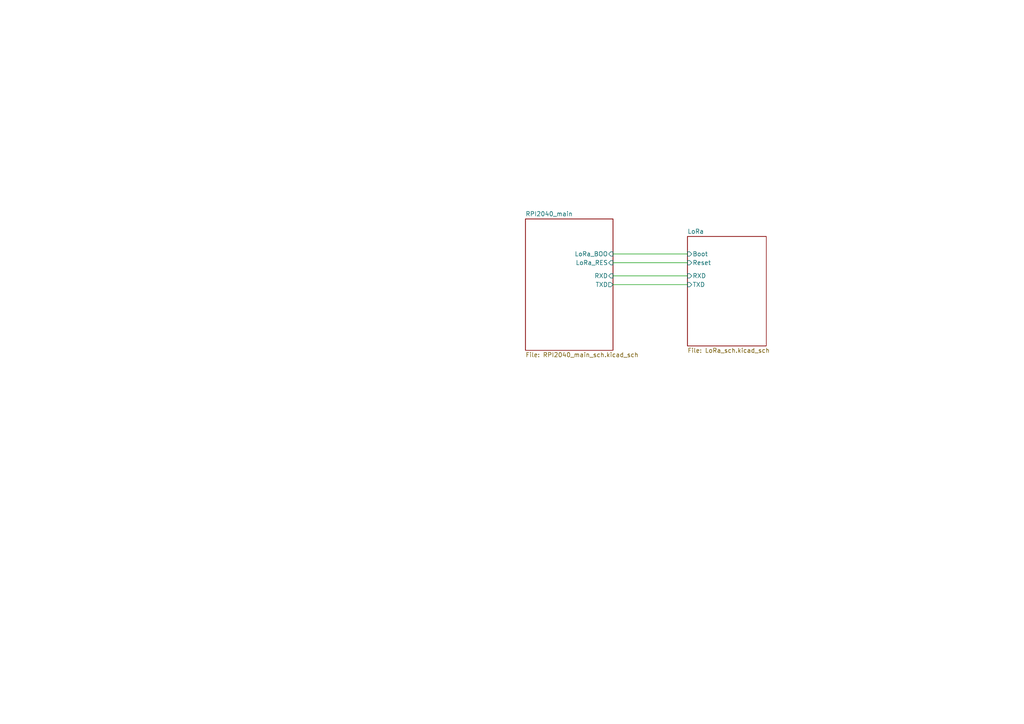
<source format=kicad_sch>
(kicad_sch (version 20230121) (generator eeschema)
  (paper "A4")
  (lib_symbols)
  (wire (pts (xy 177.8 73.66) (xy 199.39 73.66)))
  (wire (pts (xy 177.8 80.01) (xy 199.39 80.01)))
  (wire (pts (xy 177.8 76.2) (xy 199.39 76.2)))
  (wire (pts (xy 177.8 82.55) (xy 199.39 82.55)))
  (sheet (at 152.4 63.5) (size 25.4 38.1) (stroke (width 0.1524))
    (property "Sheetname" "RPI2040_main" (at 152.4 62.7884 0) (effects (justify left bottom)))
    (property "Sheetfile" "RPI2040_main_sch.kicad_sch" (at 152.4 102.1846 0) (effects (justify left top)))
    (pin "RXD" input (at 177.8 80.01 0))
    (pin "TXD" output (at 177.8 82.55 0))
    (pin "LoRa_BOO" input (at 177.8 73.66 0))
    (pin "LoRa_RES" input (at 177.8 76.2 0))
  )
  (sheet (at 199.39 68.58) (size 22.86 31.75) (stroke (width 0.1524))
    (property "Sheetname" "LoRa" (at 199.39 67.8684 0) (effects (justify left bottom)))
    (property "Sheetfile" "LoRa_sch.kicad_sch" (at 199.39 100.9146 0) (effects (justify left top)))
    (pin "Boot" input (at 199.39 73.66 180))
    (pin "Reset" input (at 199.39 76.2 180))
    (pin "RXD" input (at 199.39 80.01 180))
    (pin "TXD" input (at 199.39 82.55 180))
  )
)
</source>
